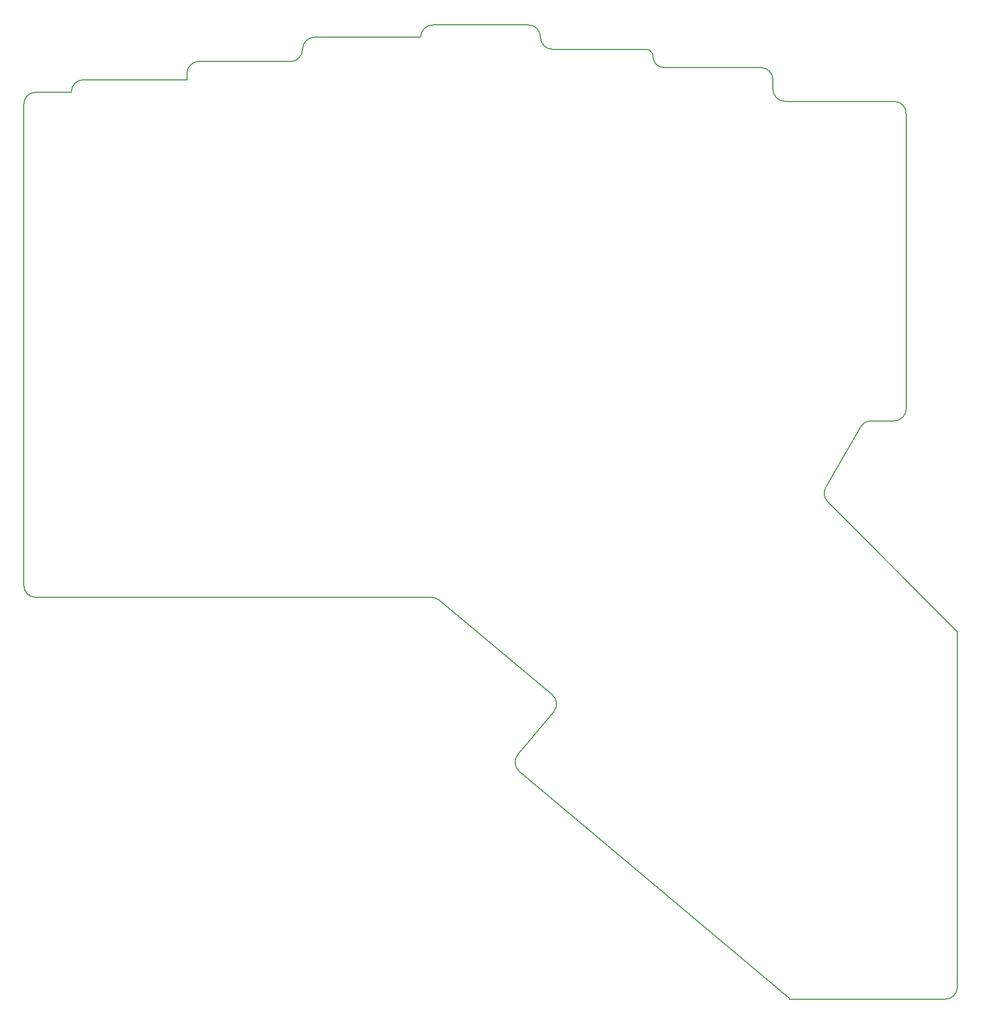
<source format=gbr>
%TF.GenerationSoftware,KiCad,Pcbnew,(6.0.8)*%
%TF.CreationDate,2022-12-10T18:32:28-07:00*%
%TF.ProjectId,scaarix_flow,73636161-7269-4785-9f66-6c6f772e6b69,v1.0.0*%
%TF.SameCoordinates,Original*%
%TF.FileFunction,Profile,NP*%
%FSLAX46Y46*%
G04 Gerber Fmt 4.6, Leading zero omitted, Abs format (unit mm)*
G04 Created by KiCad (PCBNEW (6.0.8)) date 2022-12-10 18:32:28*
%MOMM*%
%LPD*%
G01*
G04 APERTURE LIST*
%TA.AperFunction,Profile*%
%ADD10C,0.150000*%
%TD*%
G04 APERTURE END LIST*
D10*
X173178500Y-55351500D02*
X173178500Y-55371500D01*
X280778500Y-209421500D02*
X280778500Y-151054916D01*
X137168500Y-60361500D02*
G75*
G03*
X135178500Y-62351500I0J-1990000D01*
G01*
X194568500Y-51361500D02*
G75*
G03*
X192578500Y-53351500I0J-1990000D01*
G01*
X171188500Y-57361500D02*
X156168500Y-57361500D01*
X129368500Y-62411500D02*
G75*
G03*
X127378500Y-64401500I0J-1990000D01*
G01*
X270388500Y-116411500D02*
G75*
G03*
X272378500Y-114421500I0J1990000D01*
G01*
X280810111Y-151023306D02*
X259482387Y-129695582D01*
X214465087Y-164195296D02*
X208580047Y-171208814D01*
X129368500Y-145411500D02*
X194406898Y-145411500D01*
X212278500Y-53351500D02*
G75*
G03*
X210288500Y-51361500I-1990000J0D01*
G01*
X259166139Y-127293440D02*
X264874367Y-117406500D01*
X192578500Y-53351500D02*
X192578500Y-53361500D01*
X135178500Y-62411500D02*
X129368500Y-62411500D01*
X214465038Y-164195255D02*
G75*
G03*
X214218016Y-161390221I-1524338J1279155D01*
G01*
X212278500Y-53371500D02*
G75*
G03*
X214268500Y-55361500I1990000J0D01*
G01*
X253178500Y-211229120D02*
X253178500Y-211411500D01*
X214218016Y-161390221D02*
X195684256Y-145875572D01*
X154178500Y-59351500D02*
X154178500Y-60361500D01*
X127378500Y-143421500D02*
G75*
G03*
X129368500Y-145411500I1990000J0D01*
G01*
X154178500Y-60361500D02*
X137168500Y-60361500D01*
X272378500Y-65901500D02*
G75*
G03*
X270388500Y-63911500I-1990000J0D01*
G01*
X253178500Y-211411500D02*
X278788500Y-211411500D01*
X208580091Y-171208851D02*
G75*
G03*
X208825329Y-174012390I1524409J-1279149D01*
G01*
X127378500Y-64401500D02*
X127378500Y-143421500D01*
X195684257Y-145875571D02*
G75*
G03*
X194406898Y-145411500I-1277357J-1525929D01*
G01*
X229658500Y-55361500D02*
X214268500Y-55361500D01*
X175168500Y-53361500D02*
G75*
G03*
X173178500Y-55351500I0J-1990000D01*
G01*
X230758437Y-56651505D02*
G75*
G03*
X232708500Y-58361500I1840263J131705D01*
G01*
X230758485Y-56651498D02*
G75*
G03*
X229658500Y-55361500I-1162985J122298D01*
G01*
X212278500Y-53371500D02*
X212278500Y-53351500D01*
X259166184Y-127293466D02*
G75*
G03*
X259482387Y-129695583I1723216J-995034D01*
G01*
X270388500Y-63911500D02*
X252468500Y-63911500D01*
X135178500Y-62351500D02*
X135178500Y-62411500D01*
X266597757Y-116411500D02*
X270388500Y-116411500D01*
X280778500Y-151054916D02*
X280810111Y-151023306D01*
X272378500Y-114421500D02*
X272378500Y-65901500D01*
X208825328Y-174012389D02*
X253178500Y-211229120D01*
X250478500Y-61921500D02*
G75*
G03*
X252468500Y-63911500I1990000J0D01*
G01*
X171188500Y-57361500D02*
G75*
G03*
X173178500Y-55371500I0J1990000D01*
G01*
X278788500Y-211411500D02*
G75*
G03*
X280778500Y-209421500I0J1990000D01*
G01*
X210288500Y-51361500D02*
X194568500Y-51361500D01*
X250478500Y-60351500D02*
G75*
G03*
X248488500Y-58361500I-1990000J0D01*
G01*
X192578500Y-53361500D02*
X175168500Y-53361500D01*
X250478500Y-61921500D02*
X250478500Y-60351500D01*
X156168500Y-57361500D02*
G75*
G03*
X154178500Y-59351500I0J-1990000D01*
G01*
X266597757Y-116411499D02*
G75*
G03*
X264874366Y-117406500I-57J-1989901D01*
G01*
X248488500Y-58361500D02*
X232708500Y-58361500D01*
M02*

</source>
